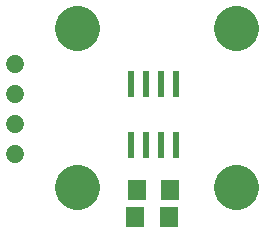
<source format=gts>
G04 ( created by brdgerber.py ( brdgerber.py v0.1 2014-03-12 ) ) date 2020-09-29 22:27:34 EDT*
G04 Gerber Fmt 3.4, Leading zero omitted, Abs format*
%MOIN*%
%FSLAX34Y34*%
G01*
G70*
G90*
G04 APERTURE LIST*
%ADD10C,0.1500*%
%ADD13C,0.0600*%
%ADD11R,0.0236X0.0866*%
%ADD12R,0.0629X0.0709*%
G04 APERTURE END LIST*
G54D10*
D10*
G01X-33440Y15449D02*
G01X-33440Y15449D01*
D10*
G01X-33449Y10160D02*
G01X-33449Y10160D01*
D10*
G01X-28160Y10151D02*
G01X-28160Y10151D01*
D10*
G01X-28151Y15440D02*
G01X-28151Y15440D01*
D11*
X-31150Y11527D03*
D11*
X-31150Y13573D03*
D11*
X-31650Y11527D03*
D11*
X-30650Y11527D03*
D11*
X-30150Y11527D03*
D11*
X-31650Y13573D03*
D11*
X-30650Y13573D03*
D11*
X-30150Y13573D03*
D12*
X-30391Y09150D03*
D12*
X-31509Y09150D03*
D13*
G01X-35500Y11250D02*
G01X-35500Y11250D01*
D13*
G01X-35500Y12250D02*
G01X-35500Y12250D01*
D13*
G01X-35500Y13250D02*
G01X-35500Y13250D01*
D13*
G01X-35500Y14250D02*
G01X-35500Y14250D01*
D12*
X-30341Y10050D03*
D12*
X-31459Y10050D03*
M02*

</source>
